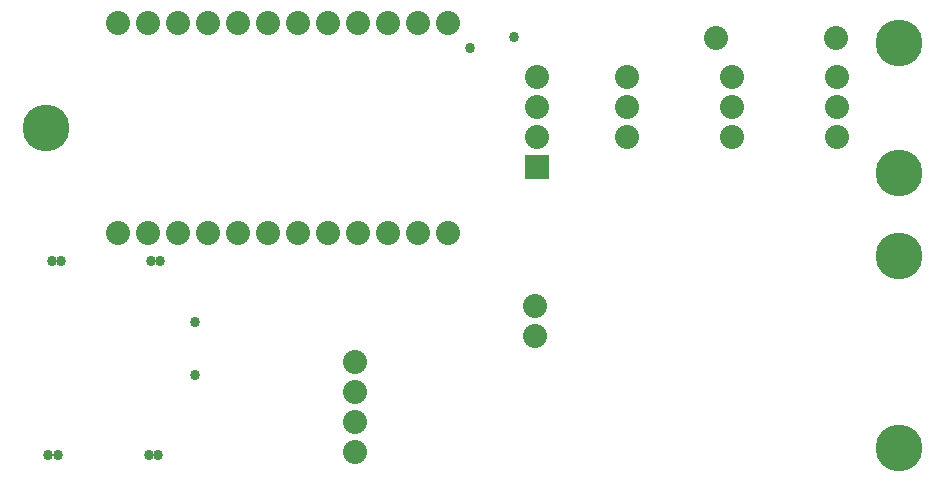
<source format=gbs>
G75*
%MOIN*%
%OFA0B0*%
%FSLAX25Y25*%
%IPPOS*%
%LPD*%
%AMOC8*
5,1,8,0,0,1.08239X$1,22.5*
%
%ADD10C,0.15600*%
%ADD11C,0.08000*%
%ADD12R,0.08000X0.08000*%
%ADD13C,0.03378*%
D10*
X0016024Y0122323D03*
X0300276Y0107362D03*
X0300276Y0079803D03*
X0300276Y0015630D03*
X0300276Y0150669D03*
D11*
X0279331Y0152244D03*
X0279803Y0139173D03*
X0279803Y0129173D03*
X0279803Y0119173D03*
X0244764Y0119173D03*
X0244764Y0129173D03*
X0244764Y0139173D03*
X0239331Y0152244D03*
X0209724Y0139173D03*
X0209724Y0129173D03*
X0209724Y0119173D03*
X0179803Y0119331D03*
X0179803Y0129331D03*
X0179803Y0139331D03*
X0150000Y0157165D03*
X0140000Y0157165D03*
X0130000Y0157165D03*
X0120000Y0157165D03*
X0110000Y0157165D03*
X0100000Y0157165D03*
X0090000Y0157165D03*
X0080000Y0157165D03*
X0070000Y0157165D03*
X0060000Y0157165D03*
X0050000Y0157165D03*
X0040000Y0157165D03*
X0040000Y0087165D03*
X0050000Y0087165D03*
X0060000Y0087165D03*
X0070000Y0087165D03*
X0080000Y0087165D03*
X0090000Y0087165D03*
X0100000Y0087165D03*
X0110000Y0087165D03*
X0120000Y0087165D03*
X0130000Y0087165D03*
X0140000Y0087165D03*
X0150000Y0087165D03*
X0178976Y0062874D03*
X0178976Y0052874D03*
X0118976Y0044449D03*
X0118976Y0034449D03*
X0118976Y0024449D03*
X0118976Y0014449D03*
D12*
X0179803Y0109331D03*
D13*
X0016811Y0013268D03*
X0019961Y0013268D03*
X0050276Y0013268D03*
X0053425Y0013268D03*
X0065630Y0040039D03*
X0065630Y0057756D03*
X0054213Y0077835D03*
X0051063Y0077835D03*
X0021142Y0077835D03*
X0017992Y0077835D03*
X0157362Y0149094D03*
X0171929Y0152638D03*
M02*

</source>
